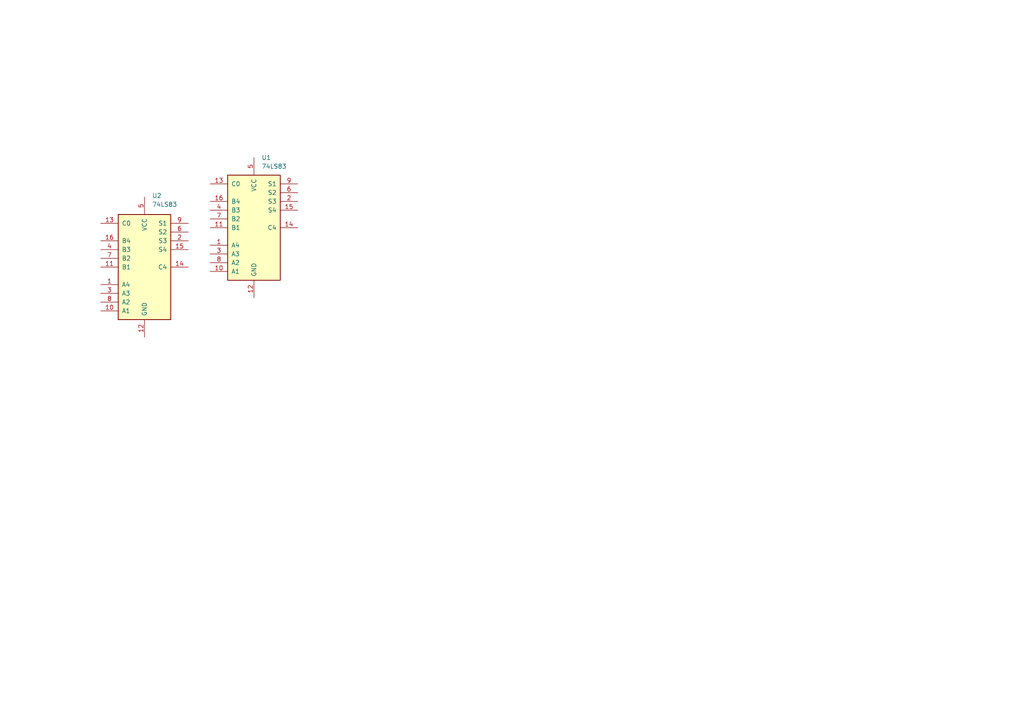
<source format=kicad_sch>
(kicad_sch (version 20231120) (generator "eeschema") (generator_version "8.0")
  (paper "A4")
  (lib_symbols
    (symbol "74xx:74LS83" (pin_names (offset 1.016))
      (property "Reference" "U" (at -7.62 16.51 0))
      (property "Value" "74LS83" (at -7.62 -16.51 0))
      (symbol "74LS83_1_0"
        (pin input line (at -12.7 -5.08 0) (length 5.08) (name "A4") (number "1"))
        (pin input line (at -12.7 -12.7 0) (length 5.08) (name "A1") (number "10"))
        (pin input line (at -12.7 0 0) (length 5.08) (name "B1") (number "11"))
        (pin power_in line (at 0 -20.32 90) (length 5.08) (name "GND") (number "12"))
        (pin input line (at -12.7 12.7 0) (length 5.08) (name "C0") (number "13"))
        (pin output line (at 12.7 0 180) (length 5.08) (name "C4") (number "14"))
        (pin output line (at 12.7 5.08 180) (length 5.08) (name "S4") (number "15"))
        (pin input line (at -12.7 7.62 0) (length 5.08) (name "B4") (number "16"))
        (pin output line (at 12.7 7.62 180) (length 5.08) (name "S3") (number "2"))
        (pin input line (at -12.7 -7.62 0) (length 5.08) (name "A3") (number "3"))
        (pin input line (at -12.7 5.08 0) (length 5.08) (name "B3") (number "4"))
        (pin power_in line (at 0 20.32 270) (length 5.08) (name "VCC") (number "5"))
        (pin output line (at 12.7 10.16 180) (length 5.08) (name "S2") (number "6"))
        (pin input line (at -12.7 2.54 0) (length 5.08) (name "B2") (number "7"))
        (pin input line (at -12.7 -10.16 0) (length 5.08) (name "A2") (number "8"))
        (pin output line (at 12.7 12.7 180) (length 5.08) (name "S1") (number "9"))
      )
      (symbol "74LS83_1_1"
        (rectangle (start -7.62 15.24) (end 7.62 -15.24) (stroke (width 0.254)) (fill (type background)))
      )
    )
  )
  (symbol (lib_id "74xx:74LS83") (at 41.91 77.47 0) (unit 1)
    (property "Reference" "U2" (at 44.1041 56.7629 0) (effects (justify left)))
    (property "Value" "74LS83" (at 44.1041 59.3029 0) (effects (justify left)))
    (property "Datasheet" "http://www.ti.com/lit/gpn/sn74LS83" (effects (hide yes)))
    (property "Description" "4-bit Full Adder" (effects (hide yes)))
  )
  (symbol (lib_id "74xx:74LS83") (at 73.66 66.04 0) (unit 1)
    (property "Reference" "U1" (at 75.8541 45.72 0) (effects (justify left)))
    (property "Value" "74LS83" (at 75.8541 48.26 0) (effects (justify left)))
    (property "Datasheet" "http://www.ti.com/lit/gpn/sn74LS83" (effects (hide yes)))
    (property "Description" "4-bit Full Adder" (effects (hide yes)))
  )
)
</source>
